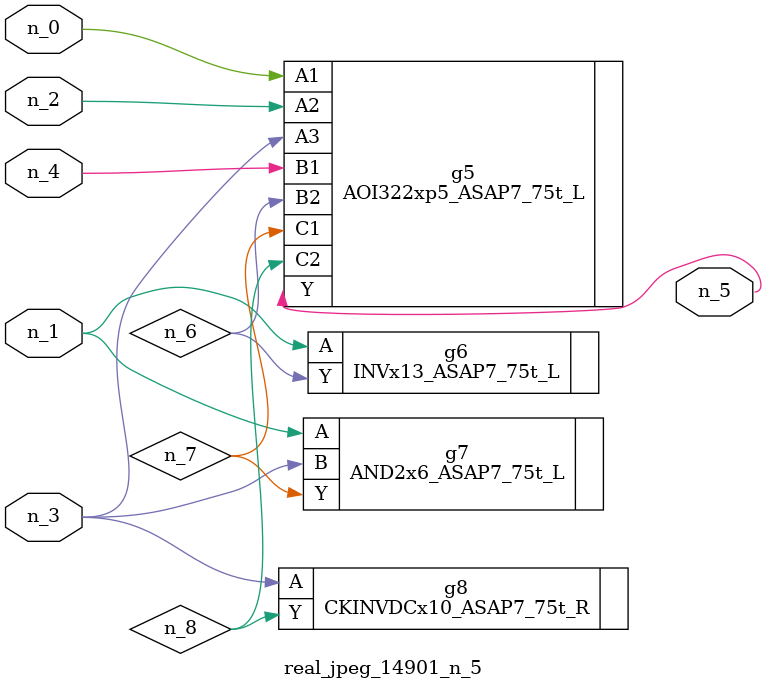
<source format=v>
module real_jpeg_14901_n_5 (n_4, n_0, n_1, n_2, n_3, n_5);

input n_4;
input n_0;
input n_1;
input n_2;
input n_3;

output n_5;

wire n_8;
wire n_6;
wire n_7;

AOI322xp5_ASAP7_75t_L g5 ( 
.A1(n_0),
.A2(n_2),
.A3(n_3),
.B1(n_4),
.B2(n_6),
.C1(n_7),
.C2(n_8),
.Y(n_5)
);

INVx13_ASAP7_75t_L g6 ( 
.A(n_1),
.Y(n_6)
);

AND2x6_ASAP7_75t_L g7 ( 
.A(n_1),
.B(n_3),
.Y(n_7)
);

CKINVDCx10_ASAP7_75t_R g8 ( 
.A(n_3),
.Y(n_8)
);


endmodule
</source>
